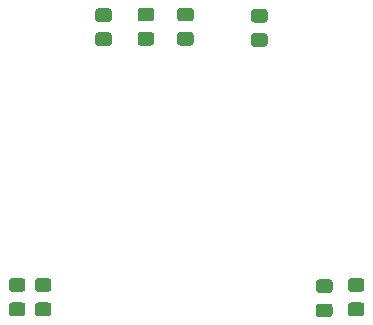
<source format=gbp>
%TF.GenerationSoftware,KiCad,Pcbnew,(5.1.6-0-10_14)*%
%TF.CreationDate,2020-07-11T00:20:46+09:00*%
%TF.ProjectId,TAS6422AMP,54415336-3432-4324-914d-502e6b696361,rev?*%
%TF.SameCoordinates,Original*%
%TF.FileFunction,Paste,Bot*%
%TF.FilePolarity,Positive*%
%FSLAX46Y46*%
G04 Gerber Fmt 4.6, Leading zero omitted, Abs format (unit mm)*
G04 Created by KiCad (PCBNEW (5.1.6-0-10_14)) date 2020-07-11 00:20:46*
%MOMM*%
%LPD*%
G01*
G04 APERTURE LIST*
G04 APERTURE END LIST*
%TO.C,C54*%
G36*
G01*
X164447459Y-144852540D02*
X165347461Y-144852540D01*
G75*
G02*
X165597460Y-145102539I0J-249999D01*
G01*
X165597460Y-145752541D01*
G75*
G02*
X165347461Y-146002540I-249999J0D01*
G01*
X164447459Y-146002540D01*
G75*
G02*
X164197460Y-145752541I0J249999D01*
G01*
X164197460Y-145102539D01*
G75*
G02*
X164447459Y-144852540I249999J0D01*
G01*
G37*
G36*
G01*
X164447459Y-142802540D02*
X165347461Y-142802540D01*
G75*
G02*
X165597460Y-143052539I0J-249999D01*
G01*
X165597460Y-143702541D01*
G75*
G02*
X165347461Y-143952540I-249999J0D01*
G01*
X164447459Y-143952540D01*
G75*
G02*
X164197460Y-143702541I0J249999D01*
G01*
X164197460Y-143052539D01*
G75*
G02*
X164447459Y-142802540I249999J0D01*
G01*
G37*
%TD*%
%TO.C,C55*%
G36*
G01*
X161747459Y-144952540D02*
X162647461Y-144952540D01*
G75*
G02*
X162897460Y-145202539I0J-249999D01*
G01*
X162897460Y-145852541D01*
G75*
G02*
X162647461Y-146102540I-249999J0D01*
G01*
X161747459Y-146102540D01*
G75*
G02*
X161497460Y-145852541I0J249999D01*
G01*
X161497460Y-145202539D01*
G75*
G02*
X161747459Y-144952540I249999J0D01*
G01*
G37*
G36*
G01*
X161747459Y-142902540D02*
X162647461Y-142902540D01*
G75*
G02*
X162897460Y-143152539I0J-249999D01*
G01*
X162897460Y-143802541D01*
G75*
G02*
X162647461Y-144052540I-249999J0D01*
G01*
X161747459Y-144052540D01*
G75*
G02*
X161497460Y-143802541I0J249999D01*
G01*
X161497460Y-143152539D01*
G75*
G02*
X161747459Y-142902540I249999J0D01*
G01*
G37*
%TD*%
%TO.C,C56*%
G36*
G01*
X137947459Y-144852540D02*
X138847461Y-144852540D01*
G75*
G02*
X139097460Y-145102539I0J-249999D01*
G01*
X139097460Y-145752541D01*
G75*
G02*
X138847461Y-146002540I-249999J0D01*
G01*
X137947459Y-146002540D01*
G75*
G02*
X137697460Y-145752541I0J249999D01*
G01*
X137697460Y-145102539D01*
G75*
G02*
X137947459Y-144852540I249999J0D01*
G01*
G37*
G36*
G01*
X137947459Y-142802540D02*
X138847461Y-142802540D01*
G75*
G02*
X139097460Y-143052539I0J-249999D01*
G01*
X139097460Y-143702541D01*
G75*
G02*
X138847461Y-143952540I-249999J0D01*
G01*
X137947459Y-143952540D01*
G75*
G02*
X137697460Y-143702541I0J249999D01*
G01*
X137697460Y-143052539D01*
G75*
G02*
X137947459Y-142802540I249999J0D01*
G01*
G37*
%TD*%
%TO.C,C57*%
G36*
G01*
X135747459Y-144852540D02*
X136647461Y-144852540D01*
G75*
G02*
X136897460Y-145102539I0J-249999D01*
G01*
X136897460Y-145752541D01*
G75*
G02*
X136647461Y-146002540I-249999J0D01*
G01*
X135747459Y-146002540D01*
G75*
G02*
X135497460Y-145752541I0J249999D01*
G01*
X135497460Y-145102539D01*
G75*
G02*
X135747459Y-144852540I249999J0D01*
G01*
G37*
G36*
G01*
X135747459Y-142802540D02*
X136647461Y-142802540D01*
G75*
G02*
X136897460Y-143052539I0J-249999D01*
G01*
X136897460Y-143702541D01*
G75*
G02*
X136647461Y-143952540I-249999J0D01*
G01*
X135747459Y-143952540D01*
G75*
G02*
X135497460Y-143702541I0J249999D01*
G01*
X135497460Y-143052539D01*
G75*
G02*
X135747459Y-142802540I249999J0D01*
G01*
G37*
%TD*%
%TO.C,C41*%
G36*
G01*
X156247459Y-122052540D02*
X157147461Y-122052540D01*
G75*
G02*
X157397460Y-122302539I0J-249999D01*
G01*
X157397460Y-122952541D01*
G75*
G02*
X157147461Y-123202540I-249999J0D01*
G01*
X156247459Y-123202540D01*
G75*
G02*
X155997460Y-122952541I0J249999D01*
G01*
X155997460Y-122302539D01*
G75*
G02*
X156247459Y-122052540I249999J0D01*
G01*
G37*
G36*
G01*
X156247459Y-120002540D02*
X157147461Y-120002540D01*
G75*
G02*
X157397460Y-120252539I0J-249999D01*
G01*
X157397460Y-120902541D01*
G75*
G02*
X157147461Y-121152540I-249999J0D01*
G01*
X156247459Y-121152540D01*
G75*
G02*
X155997460Y-120902541I0J249999D01*
G01*
X155997460Y-120252539D01*
G75*
G02*
X156247459Y-120002540I249999J0D01*
G01*
G37*
%TD*%
%TO.C,C42*%
G36*
G01*
X150894201Y-121055980D02*
X149994199Y-121055980D01*
G75*
G02*
X149744200Y-120805981I0J249999D01*
G01*
X149744200Y-120155979D01*
G75*
G02*
X149994199Y-119905980I249999J0D01*
G01*
X150894201Y-119905980D01*
G75*
G02*
X151144200Y-120155979I0J-249999D01*
G01*
X151144200Y-120805981D01*
G75*
G02*
X150894201Y-121055980I-249999J0D01*
G01*
G37*
G36*
G01*
X150894201Y-123105980D02*
X149994199Y-123105980D01*
G75*
G02*
X149744200Y-122855981I0J249999D01*
G01*
X149744200Y-122205979D01*
G75*
G02*
X149994199Y-121955980I249999J0D01*
G01*
X150894201Y-121955980D01*
G75*
G02*
X151144200Y-122205979I0J-249999D01*
G01*
X151144200Y-122855981D01*
G75*
G02*
X150894201Y-123105980I-249999J0D01*
G01*
G37*
%TD*%
%TO.C,C43*%
G36*
G01*
X146647459Y-121952540D02*
X147547461Y-121952540D01*
G75*
G02*
X147797460Y-122202539I0J-249999D01*
G01*
X147797460Y-122852541D01*
G75*
G02*
X147547461Y-123102540I-249999J0D01*
G01*
X146647459Y-123102540D01*
G75*
G02*
X146397460Y-122852541I0J249999D01*
G01*
X146397460Y-122202539D01*
G75*
G02*
X146647459Y-121952540I249999J0D01*
G01*
G37*
G36*
G01*
X146647459Y-119902540D02*
X147547461Y-119902540D01*
G75*
G02*
X147797460Y-120152539I0J-249999D01*
G01*
X147797460Y-120802541D01*
G75*
G02*
X147547461Y-121052540I-249999J0D01*
G01*
X146647459Y-121052540D01*
G75*
G02*
X146397460Y-120802541I0J249999D01*
G01*
X146397460Y-120152539D01*
G75*
G02*
X146647459Y-119902540I249999J0D01*
G01*
G37*
%TD*%
%TO.C,C44*%
G36*
G01*
X143957461Y-121092000D02*
X143057459Y-121092000D01*
G75*
G02*
X142807460Y-120842001I0J249999D01*
G01*
X142807460Y-120191999D01*
G75*
G02*
X143057459Y-119942000I249999J0D01*
G01*
X143957461Y-119942000D01*
G75*
G02*
X144207460Y-120191999I0J-249999D01*
G01*
X144207460Y-120842001D01*
G75*
G02*
X143957461Y-121092000I-249999J0D01*
G01*
G37*
G36*
G01*
X143957461Y-123142000D02*
X143057459Y-123142000D01*
G75*
G02*
X142807460Y-122892001I0J249999D01*
G01*
X142807460Y-122241999D01*
G75*
G02*
X143057459Y-121992000I249999J0D01*
G01*
X143957461Y-121992000D01*
G75*
G02*
X144207460Y-122241999I0J-249999D01*
G01*
X144207460Y-122892001D01*
G75*
G02*
X143957461Y-123142000I-249999J0D01*
G01*
G37*
%TD*%
M02*

</source>
